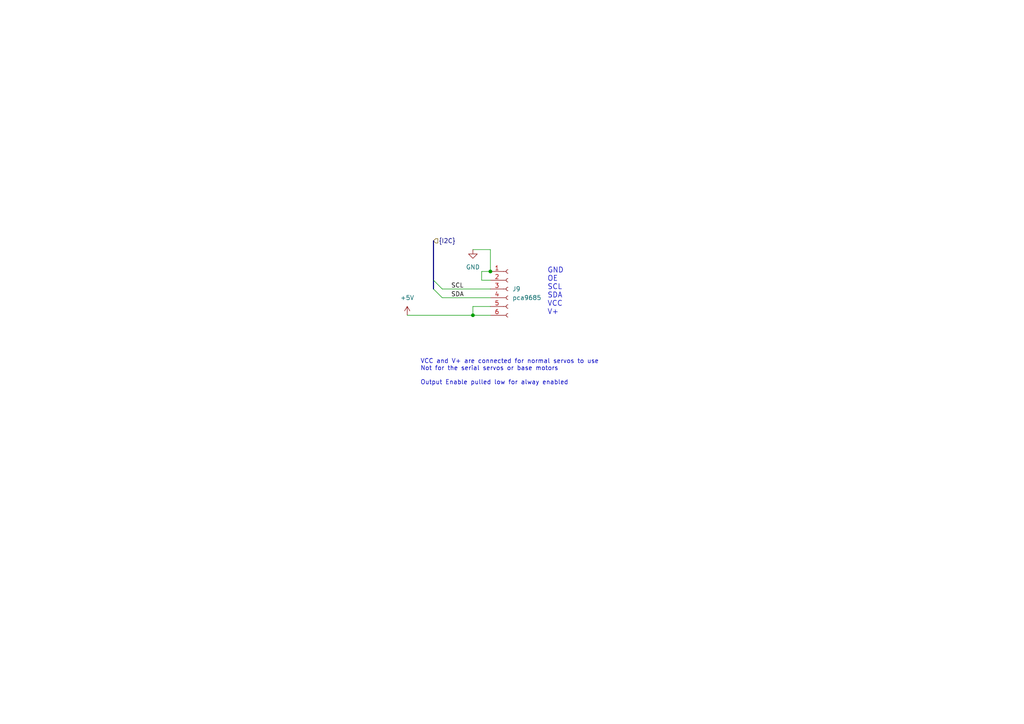
<source format=kicad_sch>
(kicad_sch (version 20230121) (generator eeschema)
  (paper "A4")
  (lib_symbols
    (symbol "Connector:Conn_01x06_Socket" (pin_names (offset 1.016) hide)
      (property "Reference" "J" (at 0 7.62 0))
      (property "Value" "Conn_01x06_Socket" (at 0 -10.16 0))
      (symbol "Conn_01x06_Socket_1_1"
        (arc (start 0 -7.112) (mid -0.5058 -7.62) (end 0 -8.128) (stroke (width 0.1524)))
        (arc (start 0 -4.572) (mid -0.5058 -5.08) (end 0 -5.588) (stroke (width 0.1524)))
        (arc (start 0 -2.032) (mid -0.5058 -2.54) (end 0 -3.048) (stroke (width 0.1524)))
        (polyline (pts (xy -1.27 -7.62) (xy -0.508 -7.62)) (stroke (width 0.1524)))
        (polyline (pts (xy -1.27 -5.08) (xy -0.508 -5.08)) (stroke (width 0.1524)))
        (polyline (pts (xy -1.27 -2.54) (xy -0.508 -2.54)) (stroke (width 0.1524)))
        (polyline (pts (xy -1.27 0) (xy -0.508 0)) (stroke (width 0.1524)))
        (polyline (pts (xy -1.27 2.54) (xy -0.508 2.54)) (stroke (width 0.1524)))
        (polyline (pts (xy -1.27 5.08) (xy -0.508 5.08)) (stroke (width 0.1524)))
        (arc (start 0 0.508) (mid -0.5058 0) (end 0 -0.508) (stroke (width 0.1524)))
        (arc (start 0 3.048) (mid -0.5058 2.54) (end 0 2.032) (stroke (width 0.1524)))
        (arc (start 0 5.588) (mid -0.5058 5.08) (end 0 4.572) (stroke (width 0.1524)))
        (pin passive line (at -5.08 5.08 0) (length 3.81) (name "Pin_1") (number "1"))
        (pin passive line (at -5.08 2.54 0) (length 3.81) (name "Pin_2") (number "2"))
        (pin passive line (at -5.08 0 0) (length 3.81) (name "Pin_3") (number "3"))
        (pin passive line (at -5.08 -2.54 0) (length 3.81) (name "Pin_4") (number "4"))
        (pin passive line (at -5.08 -5.08 0) (length 3.81) (name "Pin_5") (number "5"))
        (pin passive line (at -5.08 -7.62 0) (length 3.81) (name "Pin_6") (number "6"))
      )
    )
    (symbol "power:+5V" (power) (pin_names (offset 0))
      (property "Value" "+5V" (at 0 3.556 0))
      (symbol "+5V_0_1"
        (polyline (pts (xy -0.762 1.27) (xy 0 2.54)))
        (polyline (pts (xy 0 0) (xy 0 2.54)))
        (polyline (pts (xy 0 2.54) (xy 0.762 1.27)))
      )
      (symbol "+5V_1_1"
        (pin power_in line (at 0 0 90) (length 0) hide (name "+5V") (number "1"))
      )
    )
    (symbol "power:GND" (power) (pin_names (offset 0))
      (property "Value" "GND" (at 0 -3.81 0))
      (symbol "GND_0_1"
        (polyline (pts (xy 0 0) (xy 0 -1.27) (xy 1.27 -1.27) (xy 0 -2.54) (xy -1.27 -1.27) (xy 0 -1.27)))
      )
      (symbol "GND_1_1"
        (pin power_in line (at 0 0 270) (length 0) hide (name "GND") (number "1"))
      )
    )
  )
  (junction (at 142.24 78.74))
  (junction (at 137.16 91.44))
  (bus_entry (at 125.73 81.28) (size 2.54 2.54))
  (bus_entry (at 125.73 83.82) (size 2.54 2.54))
  (wire (pts (xy 142.24 72.39) (xy 142.24 78.74)))
  (wire (pts (xy 142.24 78.74) (xy 139.7 78.74)))
  (wire (pts (xy 139.7 78.74) (xy 139.7 81.28)))
  (bus (pts (xy 125.73 69.85) (xy 125.73 81.28)))
  (wire (pts (xy 137.16 91.44) (xy 142.24 91.44)))
  (wire (pts (xy 128.27 83.82) (xy 142.24 83.82)))
  (wire (pts (xy 139.7 81.28) (xy 142.24 81.28)))
  (wire (pts (xy 118.11 91.44) (xy 137.16 91.44)))
  (bus (pts (xy 125.73 81.28) (xy 125.73 83.82)))
  (wire (pts (xy 137.16 91.44) (xy 137.16 88.9)))
  (wire (pts (xy 128.27 86.36) (xy 142.24 86.36)))
  (wire (pts (xy 137.16 72.39) (xy 142.24 72.39)))
  (wire (pts (xy 137.16 88.9) (xy 142.24 88.9)))
  (text "GND\nOE\nSCL\nSDA\nVCC\nV+" (at 158.75 91.44 0) (effects (font (size 1.5 1.5)) (justify left bottom)))
  (text "VCC and V+ are connected for normal servos to use\nNot for the serial servos or base motors\n\nOutput Enable pulled low for alway enabled" (at 121.92 111.76 0) (effects (font (size 1.27 1.27)) (justify left bottom)))
  (label "SDA" (at 130.81 86.36 0))
  (label "SCL" (at 130.81 83.82 0))
  (hierarchical_label "{I2C}" (shape input) (at 125.73 69.85 0))
  (symbol (lib_id "Connector:Conn_01x06_Socket") (at 147.32 83.82 0) (unit 1)
    (property "Reference" "J9" (at 148.59 83.82 0) (effects (justify left)))
    (property "Value" "pca9685" (at 148.59 86.36 0) (effects (justify left)))
    (property "Footprint" "Connector_PinHeader_2.54mm:PinHeader_1x06_P2.54mm_Vertical" (effects hide))
  )
  (symbol (lib_id "power:+5V") (at 118.11 91.44 0) (unit 1)
    (property "Reference" "#PWR022" (effects hide))
    (property "Value" "+5V" (at 118.11 86.36 0))
  )
  (symbol (lib_id "power:GND") (at 137.16 72.39 0) (unit 1)
    (property "Reference" "#PWR021" (effects hide))
    (property "Value" "GND" (at 137.16 77.47 0))
  )
)
</source>
